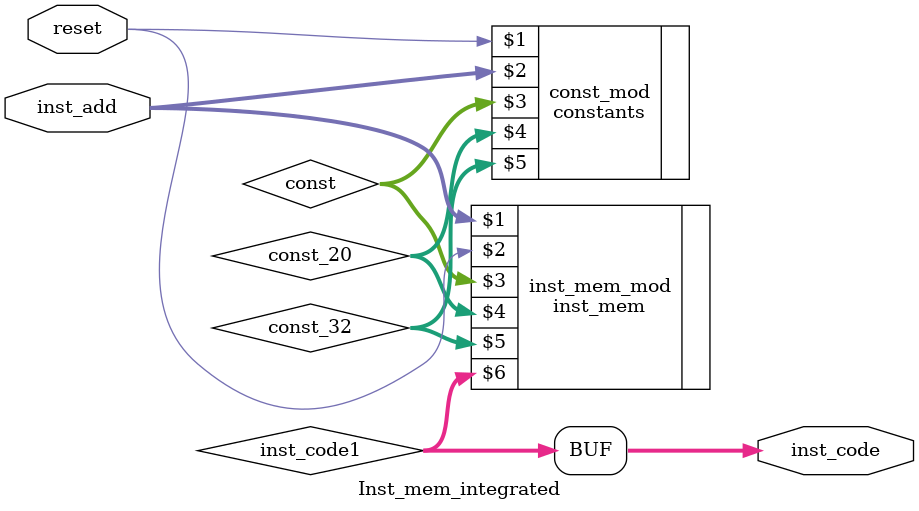
<source format=v>
`timescale 1ns / 1ps

// This is used to bring together the instruction memory and the immediate value storage unit(constants.v)
module Inst_mem_integrated(
input reset,
input [31:0] inst_add,
output [31:0] inst_code
);

wire [11:0] const;
wire [20:1] const_20;
wire [31:0] const_32;
wire [31:0]inst_code1;
constants const_mod(reset, inst_add, const, const_20, const_32);


inst_mem inst_mem_mod(inst_add, reset, const, const_20, const_32, inst_code1);
assign inst_code = inst_code1;

endmodule
</source>
